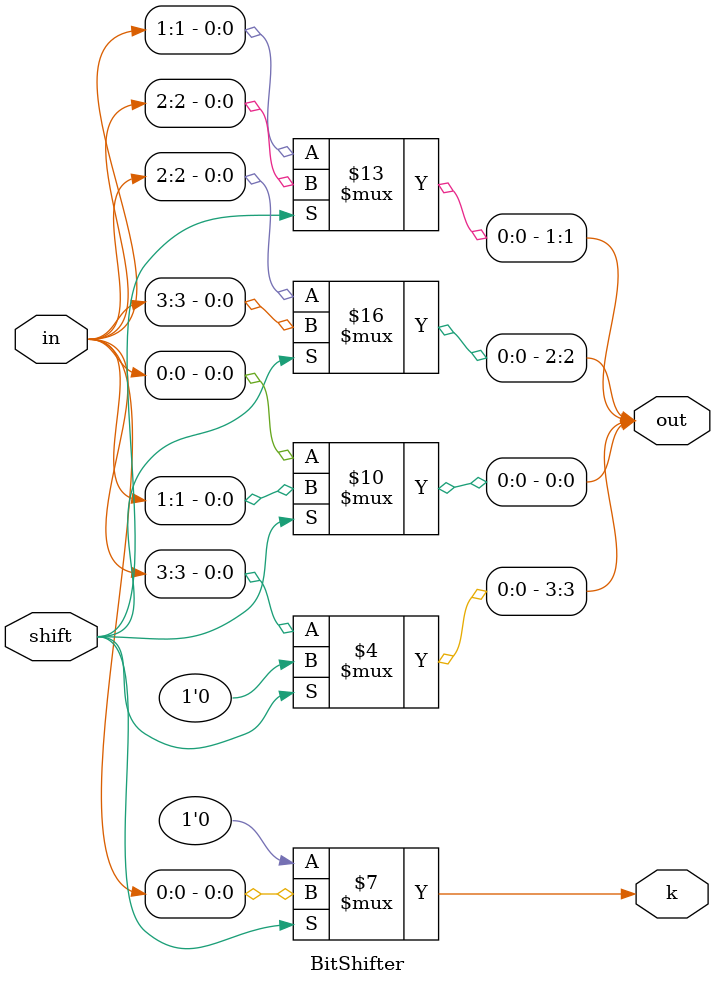
<source format=v>
`timescale 1ns / 1ps


module BitShifter( input wire [3:0] in,
                   input wire shift,
                   output reg [3:0] out,
                   output reg k
                   );
    always @(*) begin
        if (shift == 1) begin
            out[3] = 1'b0;
            out[2] = in[3];
            out[1] = in[2];
            out[0] = in[1];
            k = in[0];
        end else begin
            out = in;
            k = 1'b0;
        end
    end  
endmodule

</source>
